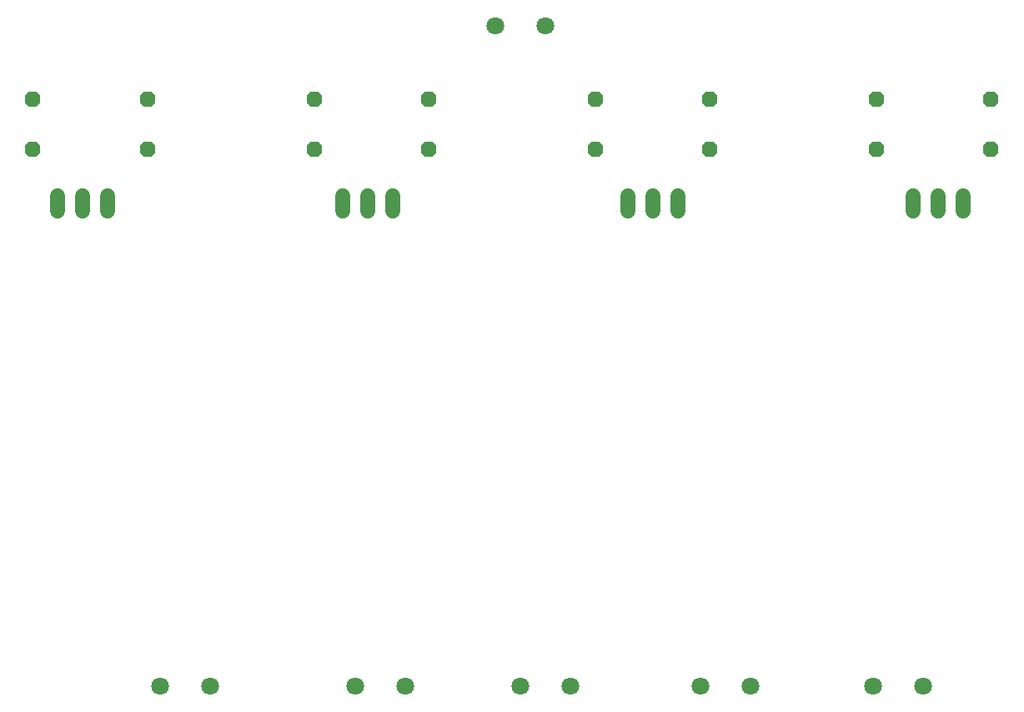
<source format=gbr>
G04 EAGLE Gerber RS-274X export*
G75*
%MOMM*%
%FSLAX34Y34*%
%LPD*%
%INTop Copper*%
%IPPOS*%
%AMOC8*
5,1,8,0,0,1.08239X$1,22.5*%
G01*
G04 Define Apertures*
%ADD10C,1.524000*%
%ADD11P,1.73204X8X292.5*%
%ADD12P,1.73204X8X112.5*%
%ADD13C,1.800000*%
D10*
X444500Y520700D02*
X444500Y505460D01*
X419100Y505460D02*
X419100Y520700D01*
X393700Y520700D02*
X393700Y505460D01*
X734060Y505460D02*
X734060Y520700D01*
X708660Y520700D02*
X708660Y505460D01*
X683260Y505460D02*
X683260Y520700D01*
X154940Y520700D02*
X154940Y505460D01*
X129540Y505460D02*
X129540Y520700D01*
X104140Y520700D02*
X104140Y505460D01*
D11*
X765991Y619034D03*
X765991Y568234D03*
X649877Y619034D03*
X649877Y568234D03*
X364309Y619034D03*
X364309Y568234D03*
X78740Y619034D03*
X78740Y568234D03*
X194854Y619034D03*
X194854Y568234D03*
X480423Y619034D03*
X480423Y568234D03*
D10*
X1023620Y520700D02*
X1023620Y505460D01*
X998220Y505460D02*
X998220Y520700D01*
X972820Y520700D02*
X972820Y505460D01*
D12*
X1051560Y568234D03*
X1051560Y619034D03*
X935446Y568234D03*
X935446Y619034D03*
D13*
X259080Y22860D03*
X208280Y22860D03*
X457200Y22860D03*
X406400Y22860D03*
X624840Y22860D03*
X574040Y22860D03*
X982980Y22860D03*
X932180Y22860D03*
X807720Y22860D03*
X756920Y22860D03*
X548640Y693420D03*
X599440Y693420D03*
M02*

</source>
